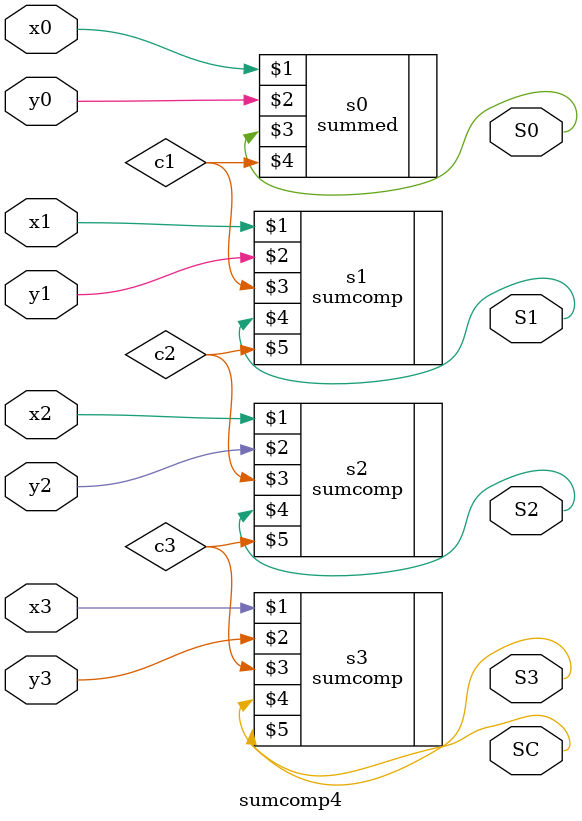
<source format=v>
`timescale 1ns / 1ps
module sumcomp4(
	 input	x0,
	 input	x1,
	 input	x2,
	 input	x3,
	 input	y0,
	 input	y1,
	 input	y2,
	 input	y3,
	 output	S0,
	 output	S1,
	 output	S2,
	 output	S3,
	 output	SC
    );

	 //acarreos
	 wire c1;
	 wire c2;
	 wire c3;
	 
	 summed s0(x0, y0, S0, c1);
	 sumcomp s1(x1, y1, c1, S1, c2);
	 sumcomp s2(x2, y2, c2, S2, c3);
	 sumcomp s3(x3, y3, c3, S3, SC);

endmodule

</source>
